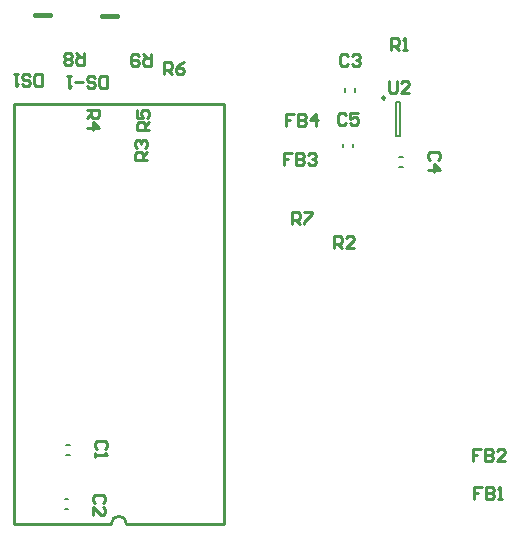
<source format=gto>
G04*
G04 #@! TF.GenerationSoftware,Altium Limited,Altium Designer,21.0.8 (223)*
G04*
G04 Layer_Color=65535*
%FSLAX24Y24*%
%MOIN*%
G70*
G04*
G04 #@! TF.SameCoordinates,BD5FB969-D095-4558-B3B7-B1EEFE242F9F*
G04*
G04*
G04 #@! TF.FilePolarity,Positive*
G04*
G01*
G75*
%ADD10C,0.0100*%
%ADD11C,0.0098*%
%ADD12C,0.0079*%
%ADD13C,0.0157*%
D10*
X3900Y150D02*
G03*
X3400Y150I-250J0D01*
G01*
X7150D02*
Y14150D01*
X150D02*
X7150D01*
X150Y150D02*
Y14150D01*
Y150D02*
X3400D01*
X3900D02*
X7150D01*
X12667Y14900D02*
Y14567D01*
X12733Y14500D01*
X12867D01*
X12933Y14567D01*
Y14900D01*
X13333Y14500D02*
X13067D01*
X13333Y14767D01*
Y14833D01*
X13267Y14900D01*
X13133D01*
X13067Y14833D01*
X4733Y15800D02*
Y15400D01*
X4533D01*
X4467Y15467D01*
Y15600D01*
X4533Y15667D01*
X4733D01*
X4600D02*
X4467Y15800D01*
X4333Y15733D02*
X4267Y15800D01*
X4133D01*
X4067Y15733D01*
Y15467D01*
X4133Y15400D01*
X4267D01*
X4333Y15467D01*
Y15533D01*
X4267Y15600D01*
X4067D01*
X2483Y15850D02*
Y15450D01*
X2283D01*
X2217Y15517D01*
Y15650D01*
X2283Y15717D01*
X2483D01*
X2350D02*
X2217Y15850D01*
X2083Y15517D02*
X2017Y15450D01*
X1883D01*
X1817Y15517D01*
Y15583D01*
X1883Y15650D01*
X1817Y15717D01*
Y15783D01*
X1883Y15850D01*
X2017D01*
X2083Y15783D01*
Y15717D01*
X2017Y15650D01*
X2083Y15583D01*
Y15517D01*
X2017Y15650D02*
X1883D01*
X9417Y10150D02*
Y10550D01*
X9617D01*
X9683Y10483D01*
Y10350D01*
X9617Y10283D01*
X9417D01*
X9550D02*
X9683Y10150D01*
X9817Y10550D02*
X10083D01*
Y10483D01*
X9817Y10217D01*
Y10150D01*
X5167Y15150D02*
Y15550D01*
X5367D01*
X5433Y15483D01*
Y15350D01*
X5367Y15283D01*
X5167D01*
X5300D02*
X5433Y15150D01*
X5833Y15550D02*
X5700Y15483D01*
X5567Y15350D01*
Y15217D01*
X5633Y15150D01*
X5767D01*
X5833Y15217D01*
Y15283D01*
X5767Y15350D01*
X5567D01*
X4650Y13267D02*
X4250D01*
Y13467D01*
X4317Y13533D01*
X4450D01*
X4517Y13467D01*
Y13267D01*
Y13400D02*
X4650Y13533D01*
X4250Y13933D02*
Y13667D01*
X4450D01*
X4383Y13800D01*
Y13867D01*
X4450Y13933D01*
X4583D01*
X4650Y13867D01*
Y13733D01*
X4583Y13667D01*
X2600Y13933D02*
X3000D01*
Y13733D01*
X2933Y13667D01*
X2800D01*
X2733Y13733D01*
Y13933D01*
Y13800D02*
X2600Y13667D01*
Y13333D02*
X3000D01*
X2800Y13533D01*
Y13267D01*
X4600Y12267D02*
X4200D01*
Y12467D01*
X4267Y12533D01*
X4400D01*
X4467Y12467D01*
Y12267D01*
Y12400D02*
X4600Y12533D01*
X4267Y12667D02*
X4200Y12733D01*
Y12867D01*
X4267Y12933D01*
X4333D01*
X4400Y12867D01*
Y12800D01*
Y12867D01*
X4467Y12933D01*
X4533D01*
X4600Y12867D01*
Y12733D01*
X4533Y12667D01*
X10817Y9350D02*
Y9750D01*
X11017D01*
X11083Y9683D01*
Y9550D01*
X11017Y9483D01*
X10817D01*
X10950D02*
X11083Y9350D01*
X11483D02*
X11217D01*
X11483Y9617D01*
Y9683D01*
X11417Y9750D01*
X11283D01*
X11217Y9683D01*
X12733Y15950D02*
Y16350D01*
X12933D01*
X13000Y16283D01*
Y16150D01*
X12933Y16083D01*
X12733D01*
X12867D02*
X13000Y15950D01*
X13133D02*
X13267D01*
X13200D01*
Y16350D01*
X13133Y16283D01*
X9483Y13800D02*
X9217D01*
Y13600D01*
X9350D01*
X9217D01*
Y13400D01*
X9617Y13800D02*
Y13400D01*
X9817D01*
X9883Y13467D01*
Y13533D01*
X9817Y13600D01*
X9617D01*
X9817D01*
X9883Y13667D01*
Y13733D01*
X9817Y13800D01*
X9617D01*
X10217Y13400D02*
Y13800D01*
X10017Y13600D01*
X10283D01*
X9433Y12500D02*
X9167D01*
Y12300D01*
X9300D01*
X9167D01*
Y12100D01*
X9567Y12500D02*
Y12100D01*
X9767D01*
X9833Y12167D01*
Y12233D01*
X9767Y12300D01*
X9567D01*
X9767D01*
X9833Y12367D01*
Y12433D01*
X9767Y12500D01*
X9567D01*
X9967Y12433D02*
X10033Y12500D01*
X10167D01*
X10233Y12433D01*
Y12367D01*
X10167Y12300D01*
X10100D01*
X10167D01*
X10233Y12233D01*
Y12167D01*
X10167Y12100D01*
X10033D01*
X9967Y12167D01*
X15733Y2650D02*
X15467D01*
Y2450D01*
X15600D01*
X15467D01*
Y2250D01*
X15867Y2650D02*
Y2250D01*
X16067D01*
X16133Y2317D01*
Y2383D01*
X16067Y2450D01*
X15867D01*
X16067D01*
X16133Y2517D01*
Y2583D01*
X16067Y2650D01*
X15867D01*
X16533Y2250D02*
X16267D01*
X16533Y2517D01*
Y2583D01*
X16467Y2650D01*
X16333D01*
X16267Y2583D01*
X15750Y1365D02*
X15483D01*
Y1165D01*
X15617D01*
X15483D01*
Y965D01*
X15883Y1365D02*
Y965D01*
X16083D01*
X16150Y1032D01*
Y1099D01*
X16083Y1165D01*
X15883D01*
X16083D01*
X16150Y1232D01*
Y1298D01*
X16083Y1365D01*
X15883D01*
X16283Y965D02*
X16417D01*
X16350D01*
Y1365D01*
X16283Y1298D01*
X3242Y14685D02*
Y15085D01*
X3042D01*
X2975Y15018D01*
Y14752D01*
X3042Y14685D01*
X3242D01*
X2575Y14752D02*
X2642Y14685D01*
X2775D01*
X2842Y14752D01*
Y14818D01*
X2775Y14885D01*
X2642D01*
X2575Y14952D01*
Y15018D01*
X2642Y15085D01*
X2775D01*
X2842Y15018D01*
X2442Y14885D02*
X2175D01*
X2042Y15085D02*
X1909D01*
X1976D01*
Y14685D01*
X2042Y14752D01*
X1092Y14735D02*
Y15135D01*
X892D01*
X825Y15068D01*
Y14802D01*
X892Y14735D01*
X1092D01*
X425Y14802D02*
X492Y14735D01*
X625D01*
X692Y14802D01*
Y14868D01*
X625Y14935D01*
X492D01*
X425Y15002D01*
Y15068D01*
X492Y15135D01*
X625D01*
X692Y15068D01*
X292Y15135D02*
X159D01*
X225D01*
Y14735D01*
X292Y14802D01*
X11233Y13783D02*
X11167Y13850D01*
X11033D01*
X10967Y13783D01*
Y13517D01*
X11033Y13450D01*
X11167D01*
X11233Y13517D01*
X11633Y13850D02*
X11367D01*
Y13650D01*
X11500Y13717D01*
X11567D01*
X11633Y13650D01*
Y13517D01*
X11567Y13450D01*
X11433D01*
X11367Y13517D01*
X14283Y12267D02*
X14350Y12333D01*
Y12467D01*
X14283Y12533D01*
X14017D01*
X13950Y12467D01*
Y12333D01*
X14017Y12267D01*
X13950Y11933D02*
X14350D01*
X14150Y12133D01*
Y11867D01*
X11283Y15733D02*
X11217Y15800D01*
X11083D01*
X11017Y15733D01*
Y15467D01*
X11083Y15400D01*
X11217D01*
X11283Y15467D01*
X11417Y15733D02*
X11483Y15800D01*
X11617D01*
X11683Y15733D01*
Y15667D01*
X11617Y15600D01*
X11550D01*
X11617D01*
X11683Y15533D01*
Y15467D01*
X11617Y15400D01*
X11483D01*
X11417Y15467D01*
X3133Y842D02*
X3200Y908D01*
Y1042D01*
X3133Y1108D01*
X2867D01*
X2800Y1042D01*
Y908D01*
X2867Y842D01*
X2800Y442D02*
Y709D01*
X3067Y442D01*
X3133D01*
X3200Y509D01*
Y642D01*
X3133Y709D01*
X3183Y2650D02*
X3250Y2717D01*
Y2850D01*
X3183Y2917D01*
X2917D01*
X2850Y2850D01*
Y2717D01*
X2917Y2650D01*
X2850Y2517D02*
Y2383D01*
Y2450D01*
X3250D01*
X3183Y2517D01*
D11*
X12528Y14342D02*
G03*
X12528Y14342I-49J0D01*
G01*
D12*
X13010Y13072D02*
Y14214D01*
X12892Y13072D02*
Y14214D01*
Y13072D02*
X13010D01*
X12892Y14214D02*
X13010D01*
X1891Y2767D02*
X2009D01*
X1891Y2433D02*
X2009D01*
X1841Y967D02*
X1959D01*
X1841Y633D02*
X1959D01*
X11467Y12691D02*
Y12809D01*
X11133Y12691D02*
Y12809D01*
X12991Y12367D02*
X13109D01*
X12991Y12033D02*
X13109D01*
X11183Y14541D02*
Y14659D01*
X11517Y14541D02*
Y14659D01*
D13*
X854Y17116D02*
X1346D01*
X3104Y17066D02*
X3596D01*
M02*

</source>
